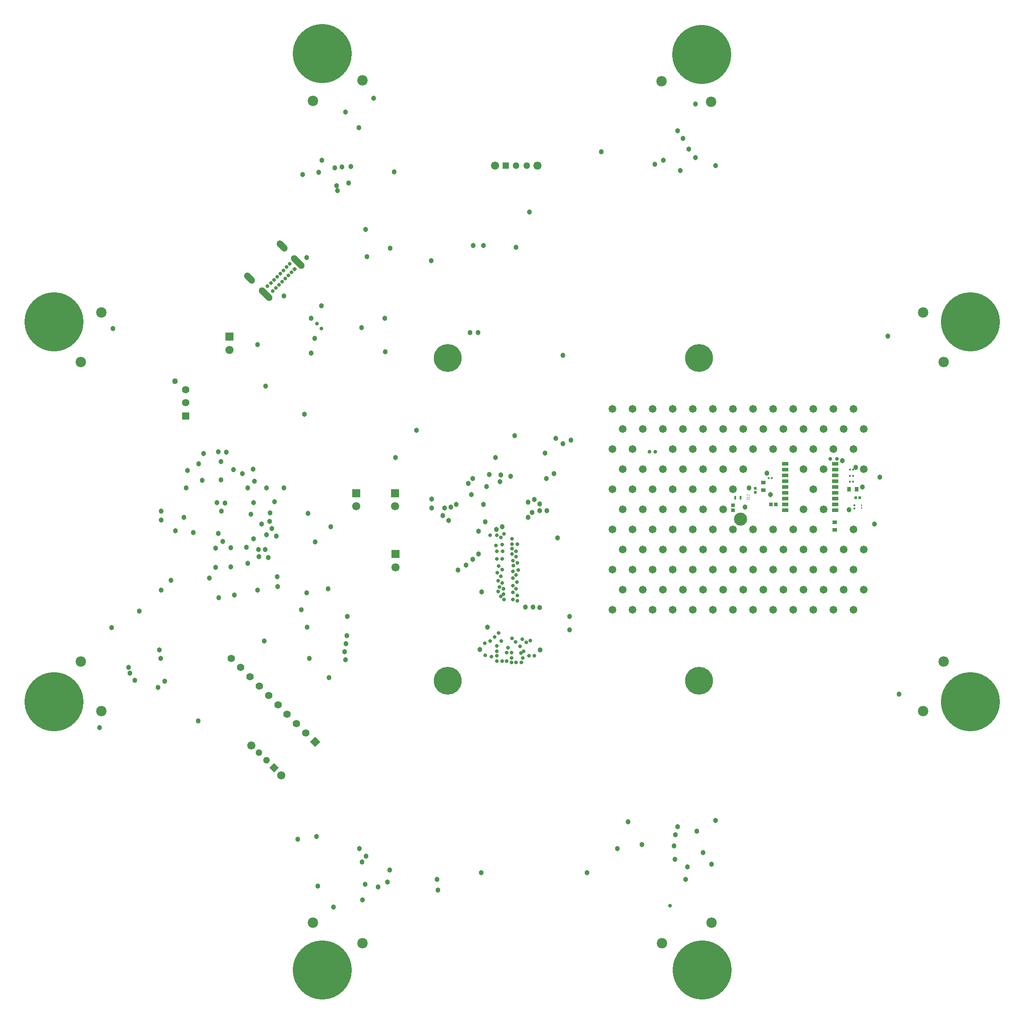
<source format=gbr>
G04*
G04 #@! TF.GenerationSoftware,Altium Limited,Altium Designer,25.8.1 (18)*
G04*
G04 Layer_Color=16711935*
%FSLAX44Y44*%
%MOMM*%
G71*
G04*
G04 #@! TF.SameCoordinates,1712F0CB-3B61-41A3-BC14-C9FE2E182D8B*
G04*
G04*
G04 #@! TF.FilePolarity,Negative*
G04*
G01*
G75*
%ADD20R,0.6500X0.9000*%
%ADD21R,0.7154X0.6725*%
%ADD25R,0.2627X0.3541*%
%ADD26R,0.9000X0.6500*%
%ADD48R,0.6725X0.7154*%
%ADD82R,0.5153X0.4725*%
G04:AMPARAMS|DCode=93|XSize=1.3mm|YSize=2.5mm|CornerRadius=0.65mm|HoleSize=0mm|Usage=FLASHONLY|Rotation=225.000|XOffset=0mm|YOffset=0mm|HoleType=Round|Shape=RoundedRectangle|*
%AMROUNDEDRECTD93*
21,1,1.3000,1.2000,0,0,225.0*
21,1,0.0000,2.5000,0,0,225.0*
1,1,1.3000,-0.4243,0.4243*
1,1,1.3000,-0.4243,0.4243*
1,1,1.3000,0.4243,-0.4243*
1,1,1.3000,0.4243,-0.4243*
%
%ADD93ROUNDEDRECTD93*%
%ADD116C,5.2832*%
G04:AMPARAMS|DCode=117|XSize=1.3mm|YSize=3.2mm|CornerRadius=0.65mm|HoleSize=0mm|Usage=FLASHONLY|Rotation=225.000|XOffset=0mm|YOffset=0mm|HoleType=Round|Shape=RoundedRectangle|*
%AMROUNDEDRECTD117*
21,1,1.3000,1.9000,0,0,225.0*
21,1,0.0000,3.2000,0,0,225.0*
1,1,1.3000,-0.6718,0.6718*
1,1,1.3000,-0.6718,0.6718*
1,1,1.3000,0.6718,-0.6718*
1,1,1.3000,0.6718,-0.6718*
%
%ADD117ROUNDEDRECTD117*%
%ADD118C,0.7000*%
G04:AMPARAMS|DCode=119|XSize=0.7mm|YSize=1.6mm|CornerRadius=0.35mm|HoleSize=0mm|Usage=FLASHONLY|Rotation=225.000|XOffset=0mm|YOffset=0mm|HoleType=Round|Shape=RoundedRectangle|*
%AMROUNDEDRECTD119*
21,1,0.7000,0.9000,0,0,225.0*
21,1,0.0000,1.6000,0,0,225.0*
1,1,0.7000,-0.3182,0.3182*
1,1,0.7000,-0.3182,0.3182*
1,1,0.7000,0.3182,-0.3182*
1,1,0.7000,0.3182,-0.3182*
%
%ADD119ROUNDEDRECTD119*%
%ADD120P,0.9900X4X270.0*%
%ADD121C,1.5500*%
%ADD122C,1.3000*%
%ADD123R,1.4000X1.4000*%
%ADD124C,1.4000*%
%ADD125P,1.8385X4X180.0*%
%ADD126C,2.4892*%
%ADD127P,1.9799X4X360.0*%
%ADD128R,1.3000X1.3000*%
%ADD129R,1.5500X1.5500*%
%ADD130C,1.1000*%
%ADD131C,0.9652*%
%ADD132C,11.2032*%
%ADD133C,1.9812*%
%ADD134C,1.4732*%
%ADD135C,0.7112*%
%ADD168R,1.1810X0.7874*%
%ADD169R,0.4541X0.3627*%
%ADD171R,0.2500X0.2500*%
%ADD173R,0.3627X0.4541*%
%ADD174R,0.4100X0.6600*%
%ADD176R,0.5708X0.6108*%
D20*
X1834410Y1714500D02*
D03*
X1819910D02*
D03*
D21*
X1671909Y1685290D02*
D03*
X1681480D02*
D03*
D25*
X1844040Y1678934D02*
D03*
Y1684020D02*
D03*
D26*
X1657350Y1712700D02*
D03*
X1793240Y1637400D02*
D03*
X1657350Y1727200D02*
D03*
X1793240Y1651900D02*
D03*
D48*
X1600200Y1674449D02*
D03*
Y1684020D02*
D03*
D82*
X1840206Y1697990D02*
D03*
X1832634D02*
D03*
D93*
X683350Y2114326D02*
D03*
X744444Y2175420D02*
D03*
D116*
X1535430Y1963420D02*
D03*
X1059180D02*
D03*
Y1351280D02*
D03*
X1535430D02*
D03*
D117*
X774850Y2145014D02*
D03*
X713756Y2083920D02*
D03*
D118*
X756854Y2119947D02*
D03*
X750844Y2113937D02*
D03*
X744833Y2107926D02*
D03*
X738823Y2101916D02*
D03*
X717256Y2099441D02*
D03*
X723266Y2105452D02*
D03*
X729277Y2111462D02*
D03*
X735287Y2117472D02*
D03*
X741298Y2123483D02*
D03*
X747308Y2129493D02*
D03*
X753318Y2135504D02*
D03*
X759329Y2141514D02*
D03*
X732812Y2095906D02*
D03*
X762864Y2125958D02*
D03*
X726802Y2089895D02*
D03*
D119*
X745505Y2174359D02*
D03*
X684411Y2113265D02*
D03*
D120*
X768875Y2131968D02*
D03*
D121*
X1228720Y2327910D02*
D03*
X1148720D02*
D03*
X645160Y1978660D02*
D03*
X743294Y1171866D02*
D03*
X686726Y1228434D02*
D03*
X885190Y1681880D02*
D03*
X959020Y1681680D02*
D03*
X960120Y1566310D02*
D03*
D122*
X1208720Y2327910D02*
D03*
X1188720D02*
D03*
X700868Y1214292D02*
D03*
X715010Y1200150D02*
D03*
D123*
X561510Y1853330D02*
D03*
D124*
X648416Y1393744D02*
D03*
X789838Y1252322D02*
D03*
X772160Y1270000D02*
D03*
X754482Y1287678D02*
D03*
X736805Y1305355D02*
D03*
X719127Y1323033D02*
D03*
X701449Y1340711D02*
D03*
X683772Y1358388D02*
D03*
X666094Y1376066D02*
D03*
X561510Y1903330D02*
D03*
Y1878330D02*
D03*
D125*
X729152Y1186008D02*
D03*
D126*
X1614170Y1657350D02*
D03*
D127*
X807515Y1234645D02*
D03*
D128*
X1168720Y2327910D02*
D03*
D129*
X645160Y2003660D02*
D03*
X885190Y1706880D02*
D03*
X959020Y1706680D02*
D03*
X960120Y1591310D02*
D03*
D130*
X541510Y1919330D02*
D03*
D131*
X721950Y1669460D02*
D03*
X1893549Y2004714D02*
D03*
X1819910Y1675130D02*
D03*
X1807513Y1768143D02*
D03*
X1832610Y1755907D02*
D03*
X1529080Y2444750D02*
D03*
X1516380Y2359660D02*
D03*
X1845310Y1718310D02*
D03*
X1671320Y1704340D02*
D03*
X1664015Y1744665D02*
D03*
X1630680Y1717040D02*
D03*
X1350190Y2354580D02*
D03*
X1451610Y2330450D02*
D03*
X1277620Y1968500D02*
D03*
X1188720Y2172970D02*
D03*
X1260727Y1744260D02*
D03*
X1186180Y1816100D02*
D03*
X1623060Y1680210D02*
D03*
X1915160Y1325920D02*
D03*
X1543050Y1024890D02*
D03*
X1488440Y1037590D02*
D03*
X1400810Y1083310D02*
D03*
X1380708Y1032292D02*
D03*
X1510030Y974090D02*
D03*
X1247140Y1673860D02*
D03*
X1267460Y1621790D02*
D03*
X1290320Y1473200D02*
D03*
X1234440Y1409700D02*
D03*
X957580Y2316142D02*
D03*
X1027610Y2147390D02*
D03*
X949960Y2171700D02*
D03*
X865277Y2429917D02*
D03*
X905256Y2154936D02*
D03*
X1137420Y1742088D02*
D03*
X1116766Y2011680D02*
D03*
X1101090D02*
D03*
X999490Y1826260D02*
D03*
X1028700Y1695450D02*
D03*
X940240Y1975290D02*
D03*
X820420Y2338070D02*
D03*
X800100Y1972310D02*
D03*
X787400Y1856740D02*
D03*
X424180Y2019300D02*
D03*
X713740Y1910080D02*
D03*
X628650Y1766570D02*
D03*
X586740Y1762760D02*
D03*
X730250Y1690370D02*
D03*
X715010Y1717040D02*
D03*
X793750Y1668780D02*
D03*
X562610Y1717040D02*
D03*
X621030Y1689100D02*
D03*
X636270Y1688120D02*
D03*
X629920Y1672590D02*
D03*
X1117600Y1634413D02*
D03*
X1134319Y1452878D02*
D03*
X792480Y1452880D02*
D03*
X1120140Y1410480D02*
D03*
X948690Y991870D02*
D03*
X896990Y935620D02*
D03*
X863600Y1405890D02*
D03*
X796290Y1393190D02*
D03*
X734060Y1625600D02*
D03*
X542293Y1635760D02*
D03*
X576580Y1631950D02*
D03*
X690880Y1620520D02*
D03*
X647700Y1567180D02*
D03*
X618490Y1566101D02*
D03*
X774700Y1050290D02*
D03*
X711245Y1426165D02*
D03*
X697837Y1522730D02*
D03*
X515620D02*
D03*
X511804Y1409700D02*
D03*
X421788Y1451400D02*
D03*
X398428Y1262380D02*
D03*
X918063Y2456327D02*
D03*
X521771Y1349811D02*
D03*
X509821Y1338580D02*
D03*
X849630Y2280920D02*
D03*
X690880Y1689100D02*
D03*
X1427480Y1040130D02*
D03*
X1531620Y1065530D02*
D03*
X890270Y2400300D02*
D03*
X810260Y1055370D02*
D03*
X1038860Y974090D02*
D03*
X618490Y1602740D02*
D03*
X558800Y1661160D02*
D03*
X647700Y1602930D02*
D03*
X676910Y1604010D02*
D03*
X679450Y1717040D02*
D03*
X593090Y1731004D02*
D03*
X565150Y1750060D02*
D03*
X685800Y1666939D02*
D03*
X514350Y1393190D02*
D03*
X1107440Y2176780D02*
D03*
X1868170Y1648460D02*
D03*
X628650Y1732280D02*
D03*
X1126490Y2176780D02*
D03*
X959597Y1774190D02*
D03*
X1290320Y1447800D02*
D03*
X1245668Y1734596D02*
D03*
X1878330Y1737360D02*
D03*
X1132419Y1719353D02*
D03*
X1130427Y1652188D02*
D03*
X533865Y1541315D02*
D03*
X814070Y2315210D02*
D03*
X1028700Y1678940D02*
D03*
X1210984Y1661160D02*
D03*
X1567180Y2328360D02*
D03*
X836930Y1643380D02*
D03*
X807720Y1614170D02*
D03*
X1162050Y1643380D02*
D03*
X1151193Y1638042D02*
D03*
X1233170Y1686560D02*
D03*
X1223010Y1694550D02*
D03*
X1219238Y1669806D02*
D03*
X1211624Y1690052D02*
D03*
X1052830Y1678940D02*
D03*
X1126523Y1685313D02*
D03*
X1097503Y1725457D02*
D03*
X1106170Y1734820D02*
D03*
X1149418Y1774121D02*
D03*
X652780Y1751330D02*
D03*
X669290Y1743710D02*
D03*
X871220Y2294890D02*
D03*
X848450Y2289900D02*
D03*
X1504950Y2379980D02*
D03*
X1494835Y2393905D02*
D03*
X903785Y1018540D02*
D03*
X896620Y1007110D02*
D03*
X473710Y1483360D02*
D03*
X453390Y1376680D02*
D03*
X632460Y1615440D02*
D03*
X455930Y1365250D02*
D03*
X654050Y1513840D02*
D03*
X465099Y1352271D02*
D03*
X939800Y2038805D02*
D03*
X902970Y2207260D02*
D03*
X800100Y2038350D02*
D03*
X806450Y2000250D02*
D03*
X748030Y2080688D02*
D03*
X698500Y1988820D02*
D03*
X692150Y1729740D02*
D03*
X689610Y1752600D02*
D03*
X725170Y1639570D02*
D03*
X712470Y1600200D02*
D03*
X718820Y1584960D02*
D03*
X1233170Y1673370D02*
D03*
X1074918Y1685372D02*
D03*
X1040130Y953770D02*
D03*
X1567180Y1085850D02*
D03*
X1529080Y2343150D02*
D03*
X783590Y2311400D02*
D03*
X1499870Y2319020D02*
D03*
X1214120Y2240280D02*
D03*
X858520Y2325370D02*
D03*
X515620Y1656080D02*
D03*
X624840Y1508760D02*
D03*
X515620Y1672590D02*
D03*
X891540Y1032510D02*
D03*
X1122680Y986790D02*
D03*
X844550Y2324100D02*
D03*
X1468120Y2338070D02*
D03*
X1323340Y986790D02*
D03*
X927100Y960120D02*
D03*
X902598Y964828D02*
D03*
X1494590Y1074243D02*
D03*
X1490948Y1059180D02*
D03*
X1103984Y1704354D02*
D03*
X1064988Y1680370D02*
D03*
X1060414Y1654809D02*
D03*
X1049739Y1664204D02*
D03*
X1122874Y1519723D02*
D03*
X1078230Y1560830D02*
D03*
X1093470Y1569904D02*
D03*
X1106170Y1581150D02*
D03*
X1117007Y1591673D02*
D03*
X1178560Y1738996D02*
D03*
X1243330Y1783080D02*
D03*
X1220470Y1490980D02*
D03*
X1205859Y1490758D02*
D03*
X1292860Y1807120D02*
D03*
X1277438Y1800677D02*
D03*
X1263650Y1811020D02*
D03*
X1158240Y1728470D02*
D03*
X1159510Y1741170D02*
D03*
X1233126Y1490218D02*
D03*
X841912Y922118D02*
D03*
X868680Y1473200D02*
D03*
X781050Y1485900D02*
D03*
X833959Y1357199D02*
D03*
X831850Y1525270D02*
D03*
X791210Y1517650D02*
D03*
X864870Y1390650D02*
D03*
X866140Y1421130D02*
D03*
X867410Y1436370D02*
D03*
X585470Y1275080D02*
D03*
X748030Y1717040D02*
D03*
X735330Y1548130D02*
D03*
X735926Y1529676D02*
D03*
X679495Y1573575D02*
D03*
X638810Y1784350D02*
D03*
X623570Y1785620D02*
D03*
X895350Y2020570D02*
D03*
X819150Y2062480D02*
D03*
X791210Y2153920D02*
D03*
X607060Y1545590D02*
D03*
X721360Y1653540D02*
D03*
X706120Y1647825D02*
D03*
X595630Y1781810D02*
D03*
X715010Y1628140D02*
D03*
X701040Y1586230D02*
D03*
X699770Y1600200D02*
D03*
X623570Y1630680D02*
D03*
X812800Y961390D02*
D03*
X944880Y969010D02*
D03*
X875030Y2326640D02*
D03*
X1559560Y1003300D02*
D03*
X1513840Y997536D02*
D03*
X1490149Y1012386D02*
D03*
D132*
X821100Y2540437D02*
D03*
X311983Y2031320D02*
D03*
X2050217D02*
D03*
Y1311320D02*
D03*
X1540510Y2538730D02*
D03*
X311983Y1311320D02*
D03*
X821100Y802203D02*
D03*
X1541100D02*
D03*
D133*
X897194Y2489478D02*
D03*
X803327Y2450597D02*
D03*
X362942Y1955226D02*
D03*
X401823Y2049093D02*
D03*
X1999258Y1955226D02*
D03*
X1960377Y2049093D02*
D03*
X1999258Y1387414D02*
D03*
X1960377Y1293547D02*
D03*
X1464417Y2487771D02*
D03*
X1558283Y2448890D02*
D03*
X401823Y1293547D02*
D03*
X362942Y1387414D02*
D03*
X803327Y892043D02*
D03*
X897194Y853162D02*
D03*
X1558873Y892043D02*
D03*
X1465006Y853162D02*
D03*
D134*
X1733550Y1752600D02*
D03*
Y1676400D02*
D03*
X1828800Y1866900D02*
D03*
X1847850Y1828800D02*
D03*
X1809750D02*
D03*
X1790700Y1790700D02*
D03*
X1752600Y1866900D02*
D03*
X1790700D02*
D03*
X1714500D02*
D03*
X1695450Y1828800D02*
D03*
X1771650D02*
D03*
X1752600Y1790700D02*
D03*
X1733550Y1828800D02*
D03*
X1714500Y1790700D02*
D03*
X1828800D02*
D03*
X1847850Y1752600D02*
D03*
X1771650D02*
D03*
X1600200Y1866900D02*
D03*
X1638300D02*
D03*
X1524000D02*
D03*
X1562100D02*
D03*
X1485900D02*
D03*
X1676400D02*
D03*
X1657350Y1828800D02*
D03*
X1619250D02*
D03*
X1600200Y1790700D02*
D03*
X1638300D02*
D03*
X1676400D02*
D03*
X1581150Y1752600D02*
D03*
X1619250D02*
D03*
X1543050Y1828800D02*
D03*
X1581150D02*
D03*
X1504950D02*
D03*
X1524000Y1790700D02*
D03*
X1562100D02*
D03*
X1543050Y1752600D02*
D03*
X1504950D02*
D03*
X1752600Y1714500D02*
D03*
X1562100D02*
D03*
X1485900D02*
D03*
X1524000D02*
D03*
X1600200D02*
D03*
X1447800Y1866900D02*
D03*
X1409700D02*
D03*
X1466850Y1828800D02*
D03*
X1485900Y1790700D02*
D03*
X1428750Y1828800D02*
D03*
X1409700Y1790700D02*
D03*
X1390650Y1752600D02*
D03*
X1428750D02*
D03*
X1390650Y1828800D02*
D03*
X1371600Y1790700D02*
D03*
Y1866900D02*
D03*
X1466850Y1752600D02*
D03*
X1409700Y1714500D02*
D03*
X1447800D02*
D03*
X1371600D02*
D03*
X1771650Y1676400D02*
D03*
X1714500Y1638300D02*
D03*
X1676400D02*
D03*
X1828800D02*
D03*
X1847850Y1600200D02*
D03*
X1771650D02*
D03*
X1809750D02*
D03*
X1828800Y1562100D02*
D03*
X1847850Y1524000D02*
D03*
X1752600Y1562100D02*
D03*
X1790700D02*
D03*
X1752600Y1638300D02*
D03*
X1733550Y1600200D02*
D03*
X1657350D02*
D03*
X1695450D02*
D03*
X1714500Y1562100D02*
D03*
X1695450Y1524000D02*
D03*
X1676400Y1562100D02*
D03*
X1543050Y1676400D02*
D03*
X1581150D02*
D03*
X1600200Y1638300D02*
D03*
X1638300D02*
D03*
X1524000D02*
D03*
X1562100D02*
D03*
X1466850Y1676400D02*
D03*
X1504950D02*
D03*
X1390650D02*
D03*
X1428750D02*
D03*
X1447800Y1638300D02*
D03*
X1485900D02*
D03*
X1409700D02*
D03*
X1390650Y1600200D02*
D03*
X1581150D02*
D03*
X1619250D02*
D03*
X1543050D02*
D03*
X1600200Y1562100D02*
D03*
X1638300D02*
D03*
X1524000D02*
D03*
X1562100D02*
D03*
X1466850Y1600200D02*
D03*
X1504950D02*
D03*
X1428750D02*
D03*
X1409700Y1562100D02*
D03*
X1447800D02*
D03*
X1485900D02*
D03*
X1390650Y1524000D02*
D03*
X1771650D02*
D03*
X1809750D02*
D03*
X1733550D02*
D03*
X1676400Y1485900D02*
D03*
X1790700D02*
D03*
X1828800D02*
D03*
X1714500D02*
D03*
X1752600D02*
D03*
X1619250Y1524000D02*
D03*
X1657350D02*
D03*
X1543050D02*
D03*
X1581150D02*
D03*
X1600200Y1485900D02*
D03*
X1638300D02*
D03*
X1524000D02*
D03*
X1562100D02*
D03*
X1466850Y1524000D02*
D03*
X1504950D02*
D03*
X1428750D02*
D03*
X1447800Y1485900D02*
D03*
X1485900D02*
D03*
X1409700D02*
D03*
X1371600Y1638300D02*
D03*
Y1562100D02*
D03*
Y1485900D02*
D03*
D135*
X1797050Y1771650D02*
D03*
X1784350D02*
D03*
X1441450Y1785620D02*
D03*
X1452880D02*
D03*
X1480820Y924560D02*
D03*
X1191260Y1610360D02*
D03*
X1181100Y1620520D02*
D03*
Y1610360D02*
D03*
X1188720Y1596390D02*
D03*
X1181100Y1591310D02*
D03*
Y1601470D02*
D03*
X1192530Y1560830D02*
D03*
X1200150Y1430020D02*
D03*
X1215390Y1427480D02*
D03*
X1223010Y1398270D02*
D03*
X1207770Y1423670D02*
D03*
X1202690Y1407160D02*
D03*
X1196340Y1416050D02*
D03*
X1197610Y1403350D02*
D03*
X1212850Y1398270D02*
D03*
X1201420Y1394460D02*
D03*
X1198880Y1385570D02*
D03*
X1191260Y1574800D02*
D03*
X1188720Y1551940D02*
D03*
Y1586230D02*
D03*
X1183640Y1569720D02*
D03*
X1191260Y1512570D02*
D03*
Y1502410D02*
D03*
X1189990Y1537970D02*
D03*
X1188720Y1525270D02*
D03*
X1182370Y1545590D02*
D03*
Y1531620D02*
D03*
Y1578610D02*
D03*
Y1558290D02*
D03*
Y1518920D02*
D03*
Y1504950D02*
D03*
X1165860D02*
D03*
X1181100Y1431290D02*
D03*
X1187450Y1424940D02*
D03*
X1173480Y1413510D02*
D03*
X1179830Y1404620D02*
D03*
Y1385570D02*
D03*
X1188720D02*
D03*
X1179830Y1394460D02*
D03*
X1170940Y1388110D02*
D03*
Y1404620D02*
D03*
X1165860Y1629410D02*
D03*
X1163320Y1596390D02*
D03*
X1159510Y1623060D02*
D03*
X1162050Y1609090D02*
D03*
Y1582420D02*
D03*
Y1562100D02*
D03*
X1155700Y1568450D02*
D03*
X1153160Y1555750D02*
D03*
X1151890Y1626870D02*
D03*
X1150620Y1607820D02*
D03*
X1151890Y1596390D02*
D03*
Y1582420D02*
D03*
X1162050Y1536700D02*
D03*
X1164590Y1525270D02*
D03*
X1159510Y1549400D02*
D03*
X1156970Y1529080D02*
D03*
X1164590Y1515110D02*
D03*
X1159510Y1511300D02*
D03*
X1160780Y1426210D02*
D03*
X1154430Y1540510D02*
D03*
Y1520190D02*
D03*
X1155700Y1441450D02*
D03*
X1151890Y1417320D02*
D03*
X1148080Y1433830D02*
D03*
X1139190Y1626870D02*
D03*
Y1426210D02*
D03*
X1129030Y1422400D02*
D03*
X1151890Y1407160D02*
D03*
Y1398270D02*
D03*
X1130300Y1399540D02*
D03*
X1151890Y1388110D02*
D03*
X1162050D02*
D03*
X1141730Y1397000D02*
D03*
X819150Y2019300D02*
D03*
X810465Y2027985D02*
D03*
D168*
X1793431Y1762310D02*
D03*
X1699069Y1696310D02*
D03*
Y1674310D02*
D03*
X1793431Y1674310D02*
D03*
Y1685310D02*
D03*
Y1696310D02*
D03*
Y1707310D02*
D03*
Y1718310D02*
D03*
Y1729310D02*
D03*
Y1740310D02*
D03*
Y1751310D02*
D03*
X1699069Y1762310D02*
D03*
Y1751310D02*
D03*
Y1740310D02*
D03*
Y1729310D02*
D03*
Y1718310D02*
D03*
Y1685310D02*
D03*
Y1707310D02*
D03*
D169*
X1828033Y1751330D02*
D03*
X1827530Y1739900D02*
D03*
Y1728470D02*
D03*
X1667830Y1735456D02*
D03*
X1673916D02*
D03*
X1821947Y1751330D02*
D03*
X1821444Y1739900D02*
D03*
Y1728470D02*
D03*
D171*
X1630680Y1703260D02*
D03*
X1626680Y1695260D02*
D03*
Y1703260D02*
D03*
X1630680Y1699260D02*
D03*
Y1695260D02*
D03*
X1626680Y1699260D02*
D03*
D173*
X1830070Y1677934D02*
D03*
Y1684020D02*
D03*
D174*
X1614110Y1697990D02*
D03*
X1604010D02*
D03*
D176*
X1642110Y1715950D02*
D03*
Y1708150D02*
D03*
M02*

</source>
